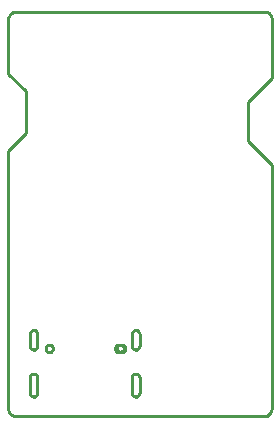
<source format=gbr>
G04 EAGLE Gerber RS-274X export*
G75*
%MOMM*%
%FSLAX34Y34*%
%LPD*%
%IN*%
%IPPOS*%
%AMOC8*
5,1,8,0,0,1.08239X$1,22.5*%
G01*
%ADD10C,0.254000*%


D10*
X0Y6350D02*
X58Y5765D01*
X167Y5188D01*
X326Y4622D01*
X534Y4073D01*
X789Y3543D01*
X1088Y3038D01*
X1431Y2561D01*
X1814Y2115D01*
X2235Y1705D01*
X2690Y1332D01*
X3175Y1001D01*
X3687Y713D01*
X4223Y472D01*
X4777Y277D01*
X5347Y132D01*
X5927Y37D01*
X6512Y-7D01*
X7100Y0D01*
X217000Y0D01*
X217575Y80D01*
X218141Y209D01*
X218693Y387D01*
X219228Y613D01*
X219741Y885D01*
X220229Y1200D01*
X220687Y1557D01*
X221112Y1952D01*
X221502Y2382D01*
X221852Y2845D01*
X222160Y3337D01*
X222425Y3854D01*
X222643Y4392D01*
X222814Y4946D01*
X222936Y5514D01*
X223008Y6090D01*
X223029Y6670D01*
X223000Y7250D01*
X223000Y213000D01*
X203000Y233000D01*
X203000Y266000D01*
X223000Y286000D01*
X223000Y337450D01*
X222938Y337930D01*
X222834Y338402D01*
X222689Y338864D01*
X222504Y339311D01*
X222282Y339740D01*
X222022Y340149D01*
X221728Y340533D01*
X221402Y340890D01*
X221046Y341218D01*
X220663Y341513D01*
X220255Y341773D01*
X219826Y341997D01*
X219379Y342183D01*
X218918Y342329D01*
X218446Y342435D01*
X217967Y342499D01*
X217483Y342520D01*
X217000Y342500D01*
X7100Y342500D01*
X6529Y342525D01*
X5958Y342501D01*
X5392Y342426D01*
X4834Y342303D01*
X4289Y342132D01*
X3760Y341913D01*
X3253Y341650D01*
X2771Y341343D01*
X2318Y340995D01*
X1896Y340610D01*
X1510Y340189D01*
X1162Y339735D01*
X854Y339254D01*
X590Y338747D01*
X371Y338219D01*
X199Y337674D01*
X75Y337117D01*
X0Y336550D01*
X0Y290000D01*
X15000Y275000D01*
X15000Y240000D01*
X0Y225000D01*
X0Y6350D01*
X90360Y57450D02*
X90372Y57175D01*
X90408Y56903D01*
X90467Y56635D01*
X90550Y56373D01*
X90655Y56119D01*
X90782Y55875D01*
X90930Y55643D01*
X91097Y55425D01*
X91283Y55223D01*
X91485Y55037D01*
X91703Y54870D01*
X91935Y54722D01*
X92179Y54595D01*
X92433Y54490D01*
X92695Y54407D01*
X92963Y54348D01*
X93235Y54312D01*
X93510Y54300D01*
X96010Y54300D01*
X96285Y54312D01*
X96557Y54348D01*
X96825Y54407D01*
X97087Y54490D01*
X97341Y54595D01*
X97585Y54722D01*
X97817Y54870D01*
X98035Y55037D01*
X98237Y55223D01*
X98423Y55425D01*
X98590Y55643D01*
X98738Y55875D01*
X98865Y56119D01*
X98970Y56373D01*
X99053Y56635D01*
X99112Y56903D01*
X99148Y57175D01*
X99160Y57450D01*
X99148Y57725D01*
X99112Y57997D01*
X99053Y58265D01*
X98970Y58527D01*
X98865Y58781D01*
X98738Y59025D01*
X98590Y59257D01*
X98423Y59475D01*
X98237Y59677D01*
X98035Y59863D01*
X97817Y60030D01*
X97585Y60178D01*
X97341Y60305D01*
X97087Y60410D01*
X96825Y60493D01*
X96557Y60552D01*
X96285Y60588D01*
X96010Y60600D01*
X93510Y60600D01*
X93235Y60588D01*
X92963Y60552D01*
X92695Y60493D01*
X92433Y60410D01*
X92179Y60305D01*
X91935Y60178D01*
X91703Y60030D01*
X91485Y59863D01*
X91283Y59677D01*
X91097Y59475D01*
X90930Y59257D01*
X90782Y59025D01*
X90655Y58781D01*
X90550Y58527D01*
X90467Y58265D01*
X90408Y57997D01*
X90372Y57725D01*
X90360Y57450D01*
X18310Y19950D02*
X18322Y19667D01*
X18359Y19386D01*
X18421Y19109D01*
X18506Y18838D01*
X18615Y18577D01*
X18745Y18325D01*
X18898Y18086D01*
X19070Y17861D01*
X19262Y17652D01*
X19471Y17460D01*
X19696Y17288D01*
X19935Y17135D01*
X20187Y17005D01*
X20448Y16896D01*
X20719Y16811D01*
X20996Y16749D01*
X21277Y16712D01*
X21560Y16700D01*
X21843Y16712D01*
X22124Y16749D01*
X22401Y16811D01*
X22672Y16896D01*
X22934Y17005D01*
X23185Y17135D01*
X23424Y17288D01*
X23649Y17460D01*
X23858Y17652D01*
X24050Y17861D01*
X24222Y18086D01*
X24375Y18325D01*
X24506Y18577D01*
X24614Y18838D01*
X24699Y19109D01*
X24761Y19386D01*
X24798Y19667D01*
X24810Y19950D01*
X24810Y32950D01*
X24798Y33233D01*
X24761Y33514D01*
X24699Y33791D01*
X24614Y34062D01*
X24506Y34324D01*
X24375Y34575D01*
X24222Y34814D01*
X24050Y35039D01*
X23858Y35248D01*
X23649Y35440D01*
X23424Y35612D01*
X23185Y35765D01*
X22934Y35896D01*
X22672Y36004D01*
X22401Y36089D01*
X22124Y36151D01*
X21843Y36188D01*
X21560Y36200D01*
X21277Y36188D01*
X20996Y36151D01*
X20719Y36089D01*
X20448Y36004D01*
X20187Y35896D01*
X19935Y35765D01*
X19696Y35612D01*
X19471Y35440D01*
X19262Y35248D01*
X19070Y35039D01*
X18898Y34814D01*
X18745Y34575D01*
X18615Y34324D01*
X18506Y34062D01*
X18421Y33791D01*
X18359Y33514D01*
X18322Y33233D01*
X18310Y32950D01*
X18310Y19950D01*
X104710Y19950D02*
X104722Y19667D01*
X104759Y19386D01*
X104821Y19109D01*
X104906Y18838D01*
X105015Y18577D01*
X105145Y18325D01*
X105298Y18086D01*
X105470Y17861D01*
X105662Y17652D01*
X105871Y17460D01*
X106096Y17288D01*
X106335Y17135D01*
X106587Y17005D01*
X106848Y16896D01*
X107119Y16811D01*
X107396Y16749D01*
X107677Y16712D01*
X107960Y16700D01*
X108243Y16712D01*
X108524Y16749D01*
X108801Y16811D01*
X109072Y16896D01*
X109334Y17005D01*
X109585Y17135D01*
X109824Y17288D01*
X110049Y17460D01*
X110258Y17652D01*
X110450Y17861D01*
X110622Y18086D01*
X110775Y18325D01*
X110906Y18577D01*
X111014Y18838D01*
X111099Y19109D01*
X111161Y19386D01*
X111198Y19667D01*
X111210Y19950D01*
X111210Y32950D01*
X111198Y33233D01*
X111161Y33514D01*
X111099Y33791D01*
X111014Y34062D01*
X110906Y34324D01*
X110775Y34575D01*
X110622Y34814D01*
X110450Y35039D01*
X110258Y35248D01*
X110049Y35440D01*
X109824Y35612D01*
X109585Y35765D01*
X109334Y35896D01*
X109072Y36004D01*
X108801Y36089D01*
X108524Y36151D01*
X108243Y36188D01*
X107960Y36200D01*
X107677Y36188D01*
X107396Y36151D01*
X107119Y36089D01*
X106848Y36004D01*
X106587Y35896D01*
X106335Y35765D01*
X106096Y35612D01*
X105871Y35440D01*
X105662Y35248D01*
X105470Y35039D01*
X105298Y34814D01*
X105145Y34575D01*
X105015Y34324D01*
X104906Y34062D01*
X104821Y33791D01*
X104759Y33514D01*
X104722Y33233D01*
X104710Y32950D01*
X104710Y19950D01*
X18310Y59700D02*
X18322Y59417D01*
X18359Y59136D01*
X18421Y58859D01*
X18506Y58588D01*
X18615Y58327D01*
X18745Y58075D01*
X18898Y57836D01*
X19070Y57611D01*
X19262Y57402D01*
X19471Y57210D01*
X19696Y57038D01*
X19935Y56885D01*
X20187Y56755D01*
X20448Y56646D01*
X20719Y56561D01*
X20996Y56499D01*
X21277Y56462D01*
X21560Y56450D01*
X21843Y56462D01*
X22124Y56499D01*
X22401Y56561D01*
X22672Y56646D01*
X22934Y56755D01*
X23185Y56885D01*
X23424Y57038D01*
X23649Y57210D01*
X23858Y57402D01*
X24050Y57611D01*
X24222Y57836D01*
X24375Y58075D01*
X24506Y58327D01*
X24614Y58588D01*
X24699Y58859D01*
X24761Y59136D01*
X24798Y59417D01*
X24810Y59700D01*
X24810Y69700D01*
X24798Y69983D01*
X24761Y70264D01*
X24699Y70541D01*
X24614Y70812D01*
X24506Y71074D01*
X24375Y71325D01*
X24222Y71564D01*
X24050Y71789D01*
X23858Y71998D01*
X23649Y72190D01*
X23424Y72362D01*
X23185Y72515D01*
X22934Y72646D01*
X22672Y72754D01*
X22401Y72839D01*
X22124Y72901D01*
X21843Y72938D01*
X21560Y72950D01*
X21277Y72938D01*
X20996Y72901D01*
X20719Y72839D01*
X20448Y72754D01*
X20187Y72646D01*
X19935Y72515D01*
X19696Y72362D01*
X19471Y72190D01*
X19262Y71998D01*
X19070Y71789D01*
X18898Y71564D01*
X18745Y71325D01*
X18615Y71074D01*
X18506Y70812D01*
X18421Y70541D01*
X18359Y70264D01*
X18322Y69983D01*
X18310Y69700D01*
X18310Y59700D01*
X104710Y59700D02*
X104722Y59417D01*
X104759Y59136D01*
X104821Y58859D01*
X104906Y58588D01*
X105015Y58327D01*
X105145Y58075D01*
X105298Y57836D01*
X105470Y57611D01*
X105662Y57402D01*
X105871Y57210D01*
X106096Y57038D01*
X106335Y56885D01*
X106587Y56755D01*
X106848Y56646D01*
X107119Y56561D01*
X107396Y56499D01*
X107677Y56462D01*
X107960Y56450D01*
X108243Y56462D01*
X108524Y56499D01*
X108801Y56561D01*
X109072Y56646D01*
X109334Y56755D01*
X109585Y56885D01*
X109824Y57038D01*
X110049Y57210D01*
X110258Y57402D01*
X110450Y57611D01*
X110622Y57836D01*
X110775Y58075D01*
X110906Y58327D01*
X111014Y58588D01*
X111099Y58859D01*
X111161Y59136D01*
X111198Y59417D01*
X111210Y59700D01*
X111210Y69700D01*
X111198Y69983D01*
X111161Y70264D01*
X111099Y70541D01*
X111014Y70812D01*
X110906Y71074D01*
X110775Y71325D01*
X110622Y71564D01*
X110450Y71789D01*
X110258Y71998D01*
X110049Y72190D01*
X109824Y72362D01*
X109585Y72515D01*
X109334Y72646D01*
X109072Y72754D01*
X108801Y72839D01*
X108524Y72901D01*
X108243Y72938D01*
X107960Y72950D01*
X107677Y72938D01*
X107396Y72901D01*
X107119Y72839D01*
X106848Y72754D01*
X106587Y72646D01*
X106335Y72515D01*
X106096Y72362D01*
X105871Y72190D01*
X105662Y71998D01*
X105470Y71789D01*
X105298Y71564D01*
X105145Y71325D01*
X105015Y71074D01*
X104906Y70812D01*
X104821Y70541D01*
X104759Y70264D01*
X104722Y69983D01*
X104710Y69700D01*
X104710Y59700D01*
X97760Y57214D02*
X97686Y56748D01*
X97540Y56298D01*
X97326Y55878D01*
X97048Y55496D01*
X96714Y55162D01*
X96332Y54884D01*
X95912Y54670D01*
X95463Y54524D01*
X94996Y54450D01*
X94524Y54450D01*
X94058Y54524D01*
X93608Y54670D01*
X93188Y54884D01*
X92806Y55162D01*
X92472Y55496D01*
X92194Y55878D01*
X91980Y56298D01*
X91834Y56748D01*
X91760Y57214D01*
X91760Y57686D01*
X91834Y58153D01*
X91980Y58602D01*
X92194Y59022D01*
X92472Y59404D01*
X92806Y59738D01*
X93188Y60016D01*
X93608Y60230D01*
X94058Y60376D01*
X94524Y60450D01*
X94996Y60450D01*
X95463Y60376D01*
X95912Y60230D01*
X96332Y60016D01*
X96714Y59738D01*
X97048Y59404D01*
X97326Y59022D01*
X97540Y58602D01*
X97686Y58153D01*
X97760Y57686D01*
X97760Y57214D01*
X97910Y57202D02*
X97832Y56712D01*
X97679Y56241D01*
X97454Y55799D01*
X97163Y55398D01*
X96812Y55047D01*
X96411Y54756D01*
X95969Y54531D01*
X95498Y54378D01*
X95008Y54300D01*
X94512Y54300D01*
X94022Y54378D01*
X93551Y54531D01*
X93109Y54756D01*
X92708Y55047D01*
X92357Y55398D01*
X92066Y55799D01*
X91841Y56241D01*
X91688Y56712D01*
X91610Y57202D01*
X91610Y57698D01*
X91688Y58188D01*
X91841Y58659D01*
X92066Y59101D01*
X92357Y59502D01*
X92708Y59853D01*
X93109Y60144D01*
X93551Y60369D01*
X94022Y60522D01*
X94512Y60600D01*
X95008Y60600D01*
X95498Y60522D01*
X95969Y60369D01*
X96411Y60144D01*
X96812Y59853D01*
X97163Y59502D01*
X97454Y59101D01*
X97679Y58659D01*
X97832Y58188D01*
X97910Y57698D01*
X97910Y57202D01*
X37910Y57202D02*
X37832Y56712D01*
X37679Y56241D01*
X37454Y55799D01*
X37163Y55398D01*
X36812Y55047D01*
X36411Y54756D01*
X35969Y54531D01*
X35498Y54378D01*
X35008Y54300D01*
X34512Y54300D01*
X34022Y54378D01*
X33551Y54531D01*
X33109Y54756D01*
X32708Y55047D01*
X32357Y55398D01*
X32066Y55799D01*
X31841Y56241D01*
X31688Y56712D01*
X31610Y57202D01*
X31610Y57698D01*
X31688Y58188D01*
X31841Y58659D01*
X32066Y59101D01*
X32357Y59502D01*
X32708Y59853D01*
X33109Y60144D01*
X33551Y60369D01*
X34022Y60522D01*
X34512Y60600D01*
X35008Y60600D01*
X35498Y60522D01*
X35969Y60369D01*
X36411Y60144D01*
X36812Y59853D01*
X37163Y59502D01*
X37454Y59101D01*
X37679Y58659D01*
X37832Y58188D01*
X37910Y57698D01*
X37910Y57202D01*
M02*

</source>
